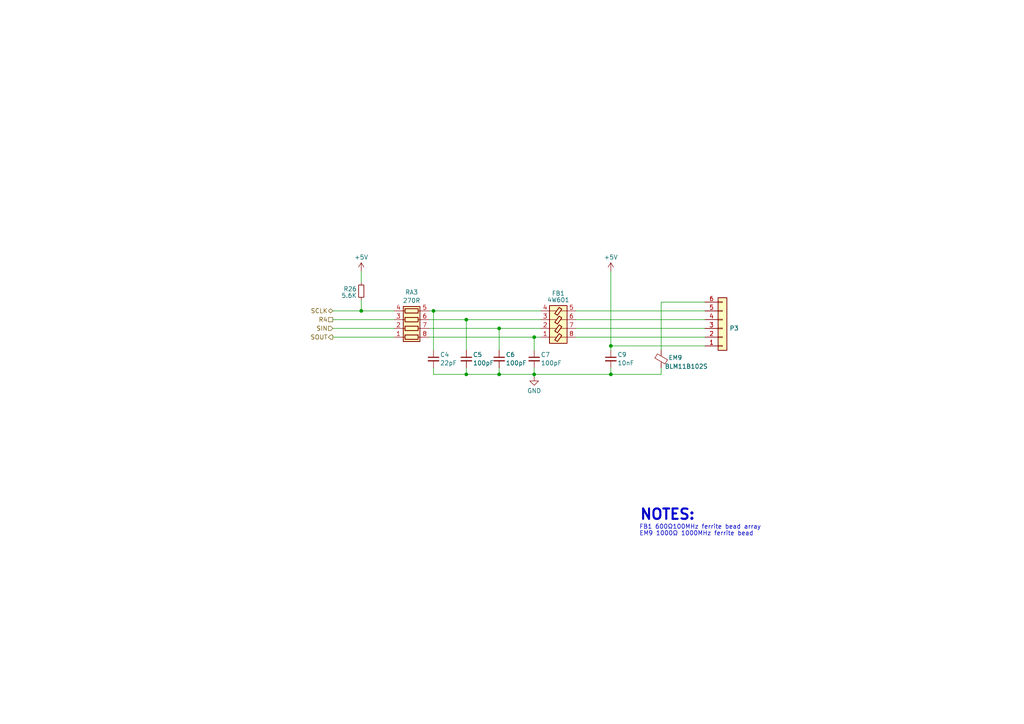
<source format=kicad_sch>
(kicad_sch (version 20250114) (generator "eeschema") (generator_version "9.0")
  (paper "A4")
  (title_block (title "Yet Another Pocket Color (YAP)") (company "NatalieTheNerd.com"))
  (lib_symbols
    (symbol "CGB:FB_Pack04"
      (property "Reference" "FB" (at -7.874 0 90))
      (symbol "FB_Pack04_0_1"
        (rectangle (start -6.858 2.54) (end 4.064 -2.54) (stroke (width 0.254)) (fill (type background)))
      )
      (symbol "FB_Pack04_1_1"
        (polyline (pts (xy -6.35 0.254) (xy -5.842 1.016) (xy -4.064 -0.254) (xy -4.572 -1.016) (xy -6.35 0.254)) (stroke (width 0.245)))
        (polyline (pts (xy -5.08 2.54) (xy -5.08 0.6041)))
        (polyline (pts (xy -5.08 -2.54) (xy -5.0799 -0.6586)))
        (polyline (pts (xy -3.81 0.254) (xy -3.302 1.016) (xy -1.524 -0.254) (xy -2.032 -1.016) (xy -3.81 0.254)) (stroke (width 0.245)))
        (polyline (pts (xy -2.54 2.54) (xy -2.54 0.6041)))
        (polyline (pts (xy -2.54 -2.54) (xy -2.5399 -0.6586)))
        (polyline (pts (xy -1.27 0.254) (xy -0.762 1.016) (xy 1.016 -0.254) (xy 0.508 -1.016) (xy -1.27 0.254)) (stroke (width 0.245)))
        (polyline (pts (xy 0 2.54) (xy 0 0.6041)))
        (polyline (pts (xy 0 -2.54) (xy 0.0001 -0.6586)))
        (polyline (pts (xy 1.27 0.254) (xy 1.778 1.016) (xy 3.556 -0.254) (xy 3.048 -1.016) (xy 1.27 0.254)) (stroke (width 0.245)))
        (polyline (pts (xy 2.54 2.54) (xy 2.54 0.6041)))
        (polyline (pts (xy 2.54 -2.54) (xy 2.5401 -0.6586)))
        (pin passive line (at -5.08 5.08 270) (length 2.54) (name "") (number "1"))
        (pin passive line (at -5.08 -5.08 90) (length 2.54) (name "") (number "8"))
        (pin passive line (at -2.54 5.08 270) (length 2.54) (name "") (number "2"))
        (pin passive line (at -2.54 -5.08 90) (length 2.54) (name "") (number "7"))
        (pin passive line (at 0 5.08 270) (length 2.54) (name "") (number "3"))
        (pin passive line (at 0 -5.08 90) (length 2.54) (name "") (number "6"))
        (pin passive line (at 2.54 5.08 270) (length 2.54) (name "") (number "4"))
        (pin passive line (at 2.54 -5.08 90) (length 2.54) (name "") (number "5"))
      )
    )
    (symbol "Connector_Generic:Conn_01x06" (pin_names (offset 1.016) (hide yes))
      (property "Reference" "J" (at 0 7.62 0))
      (property "Value" "Conn_01x06" (at 0 -10.16 0))
      (symbol "Conn_01x06_1_1"
        (rectangle (start -1.27 6.35) (end 1.27 -8.89) (stroke (width 0.254)) (fill (type background)))
        (rectangle (start -1.27 5.207) (end 0 4.953) (stroke (width 0.1524)))
        (rectangle (start -1.27 2.667) (end 0 2.413) (stroke (width 0.1524)))
        (rectangle (start -1.27 0.127) (end 0 -0.127) (stroke (width 0.1524)))
        (rectangle (start -1.27 -2.413) (end 0 -2.667) (stroke (width 0.1524)))
        (rectangle (start -1.27 -4.953) (end 0 -5.207) (stroke (width 0.1524)))
        (rectangle (start -1.27 -7.493) (end 0 -7.747) (stroke (width 0.1524)))
        (pin passive line (at -5.08 5.08 0) (length 3.81) (name "Pin_1") (number "1"))
        (pin passive line (at -5.08 2.54 0) (length 3.81) (name "Pin_2") (number "2"))
        (pin passive line (at -5.08 0 0) (length 3.81) (name "Pin_3") (number "3"))
        (pin passive line (at -5.08 -2.54 0) (length 3.81) (name "Pin_4") (number "4"))
        (pin passive line (at -5.08 -5.08 0) (length 3.81) (name "Pin_5") (number "5"))
        (pin passive line (at -5.08 -7.62 0) (length 3.81) (name "Pin_6") (number "6"))
      )
    )
    (symbol "Device:C_Small" (pin_numbers (hide yes)) (pin_names (offset 0.254) (hide yes))
      (property "Reference" "C" (at 0.254 1.778 0))
      (property "Value" "C_Small" (at 0.254 -2.032 0))
      (symbol "C_Small_0_1"
        (polyline (pts (xy -1.524 0.508) (xy 1.524 0.508)) (stroke (width 0.3048)))
        (polyline (pts (xy -1.524 -0.508) (xy 1.524 -0.508)) (stroke (width 0.3302)))
      )
      (symbol "C_Small_1_1"
        (pin passive line (at 0 2.54 270) (length 2.032) (name "~") (number "1"))
        (pin passive line (at 0 -2.54 90) (length 2.032) (name "~") (number "2"))
      )
    )
    (symbol "Device:FerriteBead_Small" (pin_numbers (hide yes)) (pin_names (offset 0))
      (property "Reference" "FB" (at 1.905 1.27 0))
      (property "Value" "FerriteBead_Small" (at 1.905 -1.27 0))
      (symbol "FerriteBead_Small_0_1"
        (polyline (pts (xy -1.8288 0.2794) (xy -1.1176 1.4986) (xy 1.8288 -0.2032) (xy 1.1176 -1.4224) (xy -1.8288 0.2794)))
        (polyline (pts (xy 0 0.889) (xy 0 1.2954)))
        (polyline (pts (xy 0 -1.27) (xy 0 -0.7874)))
      )
      (symbol "FerriteBead_Small_1_1"
        (pin passive line (at 0 2.54 270) (length 1.27) (name "~") (number "1"))
        (pin passive line (at 0 -2.54 90) (length 1.27) (name "~") (number "2"))
      )
    )
    (symbol "Device:R_Pack04" (pin_names (offset 0) (hide yes))
      (property "Reference" "RN" (at -7.62 0 90))
      (property "Value" "R_Pack04" (at 5.08 0 90))
      (symbol "R_Pack04_0_1"
        (rectangle (start -6.35 -2.413) (end 3.81 2.413) (stroke (width 0.254)) (fill (type background)))
        (rectangle (start -5.715 1.905) (end -4.445 -1.905) (stroke (width 0.254)))
        (polyline (pts (xy -5.08 1.905) (xy -5.08 2.54)))
        (polyline (pts (xy -5.08 -2.54) (xy -5.08 -1.905)))
        (rectangle (start -3.175 1.905) (end -1.905 -1.905) (stroke (width 0.254)))
        (polyline (pts (xy -2.54 1.905) (xy -2.54 2.54)))
        (polyline (pts (xy -2.54 -2.54) (xy -2.54 -1.905)))
        (rectangle (start -0.635 1.905) (end 0.635 -1.905) (stroke (width 0.254)))
        (polyline (pts (xy 0 1.905) (xy 0 2.54)))
        (polyline (pts (xy 0 -2.54) (xy 0 -1.905)))
        (rectangle (start 1.905 1.905) (end 3.175 -1.905) (stroke (width 0.254)))
        (polyline (pts (xy 2.54 1.905) (xy 2.54 2.54)))
        (polyline (pts (xy 2.54 -2.54) (xy 2.54 -1.905)))
      )
      (symbol "R_Pack04_1_1"
        (pin passive line (at -5.08 5.08 270) (length 2.54) (name "R1.2") (number "8"))
        (pin passive line (at -5.08 -5.08 90) (length 2.54) (name "R1.1") (number "1"))
        (pin passive line (at -2.54 5.08 270) (length 2.54) (name "R2.2") (number "7"))
        (pin passive line (at -2.54 -5.08 90) (length 2.54) (name "R2.1") (number "2"))
        (pin passive line (at 0 5.08 270) (length 2.54) (name "R3.2") (number "6"))
        (pin passive line (at 0 -5.08 90) (length 2.54) (name "R3.1") (number "3"))
        (pin passive line (at 2.54 5.08 270) (length 2.54) (name "R4.2") (number "5"))
        (pin passive line (at 2.54 -5.08 90) (length 2.54) (name "R4.1") (number "4"))
      )
    )
    (symbol "Device:R_Small" (pin_numbers (hide yes)) (pin_names (offset 0.254) (hide yes))
      (property "Reference" "R" (at 0.762 0.508 0))
      (property "Value" "R_Small" (at 0.762 -1.016 0))
      (symbol "R_Small_0_1"
        (rectangle (start -0.762 1.778) (end 0.762 -1.778) (stroke (width 0.2032)))
      )
      (symbol "R_Small_1_1"
        (pin passive line (at 0 2.54 270) (length 0.762) (name "~") (number "1"))
        (pin passive line (at 0 -2.54 90) (length 0.762) (name "~") (number "2"))
      )
    )
    (symbol "power:+5V" (power) (pin_names (offset 0))
      (property "Value" "+5V" (at 0 3.556 0))
      (symbol "+5V_0_1"
        (polyline (pts (xy -0.762 1.27) (xy 0 2.54)))
        (polyline (pts (xy 0 2.54) (xy 0.762 1.27)))
        (polyline (pts (xy 0 0) (xy 0 2.54)))
      )
      (symbol "+5V_1_1"
        (pin power_in line (at 0 0 90) (length 0) (hide yes) (name "+5V") (number "1"))
      )
    )
    (symbol "power:GND" (power) (pin_names (offset 0))
      (property "Value" "GND" (at 0 -3.81 0))
      (symbol "GND_0_1"
        (polyline (pts (xy 0 0) (xy 0 -1.27) (xy 1.27 -1.27) (xy 0 -2.54) (xy -1.27 -1.27) (xy 0 -1.27)))
      )
      (symbol "GND_1_1"
        (pin power_in line (at 0 0 270) (length 0) (hide yes) (name "GND") (number "1"))
      )
    )
  )
  (text "EM9 1000Ω 1000MHz ferrite bead" (at 185.42 155.575 0) (effects (font (size 1.27 1.27)) (justify left bottom)))
  (text "FB1 600Ω100MHz ferrite bead array" (at 185.42 153.67 0) (effects (font (size 1.27 1.27)) (justify left bottom)))
  (text "NOTES:" (at 185.42 151.13 0) (effects (font (size 3 3) (thickness 0.6) (bold yes)) (justify left bottom)))
  (junction (at 135.255 92.71))
  (junction (at 177.165 108.585))
  (junction (at 177.165 100.33))
  (junction (at 154.94 108.585))
  (junction (at 144.78 108.585))
  (junction (at 154.94 97.79))
  (junction (at 135.255 108.585))
  (junction (at 125.73 90.17))
  (junction (at 144.78 95.25))
  (junction (at 104.775 90.17))
  (wire (pts (xy 96.52 97.79) (xy 114.3 97.79)))
  (wire (pts (xy 125.73 90.17) (xy 156.845 90.17)))
  (wire (pts (xy 135.255 92.71) (xy 156.845 92.71)))
  (wire (pts (xy 104.775 78.74) (xy 104.775 81.915)))
  (wire (pts (xy 177.165 100.33) (xy 204.47 100.33)))
  (wire (pts (xy 177.165 78.74) (xy 177.165 100.33)))
  (wire (pts (xy 154.94 109.22) (xy 154.94 108.585)))
  (wire (pts (xy 167.005 92.71) (xy 204.47 92.71)))
  (wire (pts (xy 96.52 92.71) (xy 114.3 92.71)))
  (wire (pts (xy 124.46 92.71) (xy 135.255 92.71)))
  (wire (pts (xy 104.775 86.995) (xy 104.775 90.17)))
  (wire (pts (xy 144.78 108.585) (xy 154.94 108.585)))
  (wire (pts (xy 135.255 92.71) (xy 135.255 101.6)))
  (wire (pts (xy 154.94 97.79) (xy 156.845 97.79)))
  (wire (pts (xy 154.94 108.585) (xy 177.165 108.585)))
  (wire (pts (xy 191.77 87.63) (xy 191.77 101.6)))
  (wire (pts (xy 135.255 108.585) (xy 144.78 108.585)))
  (wire (pts (xy 144.78 108.585) (xy 144.78 106.68)))
  (wire (pts (xy 135.255 108.585) (xy 125.73 108.585)))
  (wire (pts (xy 125.73 90.17) (xy 125.73 101.6)))
  (wire (pts (xy 104.775 90.17) (xy 96.52 90.17)))
  (wire (pts (xy 144.78 101.6) (xy 144.78 95.25)))
  (wire (pts (xy 154.94 108.585) (xy 154.94 106.68)))
  (wire (pts (xy 177.165 101.6) (xy 177.165 100.33)))
  (wire (pts (xy 204.47 87.63) (xy 191.77 87.63)))
  (wire (pts (xy 167.005 95.25) (xy 204.47 95.25)))
  (wire (pts (xy 167.005 97.79) (xy 204.47 97.79)))
  (wire (pts (xy 96.52 95.25) (xy 114.3 95.25)))
  (wire (pts (xy 144.78 95.25) (xy 156.845 95.25)))
  (wire (pts (xy 135.255 108.585) (xy 135.255 106.68)))
  (wire (pts (xy 191.77 106.68) (xy 191.77 108.585)))
  (wire (pts (xy 167.005 90.17) (xy 204.47 90.17)))
  (wire (pts (xy 177.165 108.585) (xy 191.77 108.585)))
  (wire (pts (xy 124.46 97.79) (xy 154.94 97.79)))
  (wire (pts (xy 114.3 90.17) (xy 104.775 90.17)))
  (wire (pts (xy 124.46 90.17) (xy 125.73 90.17)))
  (wire (pts (xy 124.46 95.25) (xy 144.78 95.25)))
  (wire (pts (xy 154.94 101.6) (xy 154.94 97.79)))
  (wire (pts (xy 177.165 106.68) (xy 177.165 108.585)))
  (wire (pts (xy 125.73 108.585) (xy 125.73 106.68)))
  (hierarchical_label "SCLK" (shape bidirectional) (at 96.52 90.17 180))
  (hierarchical_label "SOUT" (shape output) (at 96.52 97.79 180))
  (hierarchical_label "SIN" (shape input) (at 96.52 95.25 180))
  (hierarchical_label "R4" (shape passive) (at 96.52 92.71 180))
  (symbol (lib_id "power:+5V") (at 177.165 78.74 0) (unit 1)
    (property "Reference" "#PWR015" (effects (hide yes)))
    (property "Value" "+5V" (at 177.165 74.6069 0))
  )
  (symbol (lib_id "CGB:FB_Pack04") (at 161.925 92.71 90) (unit 1)
    (property "Reference" "FB1" (at 161.925 85.09 90))
    (property "Value" "4W601" (at 161.925 86.995 90))
    (property "Footprint" "Resistor_SMD:R_Array_Concave_4x0603" (effects (hide yes)))
  )
  (symbol (lib_id "Device:C_Small") (at 154.94 104.14 0) (unit 1)
    (property "Reference" "C7" (at 156.845 102.87 0) (effects (justify left)))
    (property "Value" "100pF" (at 156.845 105.2942 0) (effects (justify left)))
    (property "Footprint" "Capacitor_SMD:C_0603_1608Metric" (effects (hide yes)))
  )
  (symbol (lib_id "Device:C_Small") (at 135.255 104.14 0) (unit 1)
    (property "Reference" "C5" (at 137.16 102.87 0) (effects (justify left)))
    (property "Value" "100pF" (at 137.16 105.2942 0) (effects (justify left)))
    (property "Footprint" "Capacitor_SMD:C_0603_1608Metric" (effects (hide yes)))
  )
  (symbol (lib_id "power:+5V") (at 104.775 78.74 0) (unit 1)
    (property "Reference" "#PWR08" (effects (hide yes)))
    (property "Value" "+5V" (at 104.775 74.6069 0))
  )
  (symbol (lib_id "Device:R_Pack04") (at 119.38 92.71 270) (mirror x) (unit 1)
    (property "Reference" "RA3" (at 119.38 84.7557 90))
    (property "Value" "270R" (at 119.38 87.1799 90))
    (property "Footprint" "Resistor_SMD:R_Array_Concave_4x0603" (effects (hide yes)))
  )
  (symbol (lib_id "Device:FerriteBead_Small") (at 191.77 104.14 0) (unit 1)
    (property "Reference" "EM9" (at 195.8765 103.736 0))
    (property "Value" "BLM11B102S" (at 199.0515 106.276 0))
    (property "Footprint" "Resistor_SMD:R_0603_1608Metric" (effects (hide yes)))
  )
  (symbol (lib_id "Device:R_Small") (at 104.775 84.455 0) (unit 1)
    (property "Reference" "R26" (at 103.505 83.82 0) (effects (justify right)))
    (property "Value" "5.6K" (at 103.505 85.725 0) (effects (justify right)))
    (property "Footprint" "Resistor_SMD:R_0603_1608Metric" (effects (hide yes)))
  )
  (symbol (lib_id "Device:C_Small") (at 144.78 104.14 0) (unit 1)
    (property "Reference" "C6" (at 146.685 102.87 0) (effects (justify left)))
    (property "Value" "100pF" (at 146.685 105.2942 0) (effects (justify left)))
    (property "Footprint" "Capacitor_SMD:C_0603_1608Metric" (effects (hide yes)))
  )
  (symbol (lib_id "Device:C_Small") (at 177.165 104.14 0) (unit 1)
    (property "Reference" "C9" (at 179.07 102.87 0) (effects (justify left)))
    (property "Value" "10nF" (at 179.07 105.2942 0) (effects (justify left)))
    (property "Footprint" "Capacitor_SMD:C_0603_1608Metric" (effects (hide yes)))
  )
  (symbol (lib_id "power:GND") (at 154.94 109.22 0) (unit 1)
    (property "Reference" "#PWR014" (effects (hide yes)))
    (property "Value" "GND" (at 154.94 113.3531 0))
  )
  (symbol (lib_id "Connector_Generic:Conn_01x06") (at 209.55 95.25 0) (mirror x) (unit 1) (in_bom no)
    (property "Reference" "P3" (at 211.582 95.1921 0) (effects (justify left)))
    (property "Value" "Serial Port" (effects (hide yes)))
    (property "Footprint" "CGB:Serial CGB" (effects (hide yes)))
  )
  (symbol (lib_id "Device:C_Small") (at 125.73 104.14 0) (unit 1)
    (property "Reference" "C4" (at 127.635 102.87 0) (effects (justify left)))
    (property "Value" "22pF" (at 127.635 105.2942 0) (effects (justify left)))
    (property "Footprint" "Capacitor_SMD:C_0603_1608Metric" (effects (hide yes)))
  )
)
</source>
